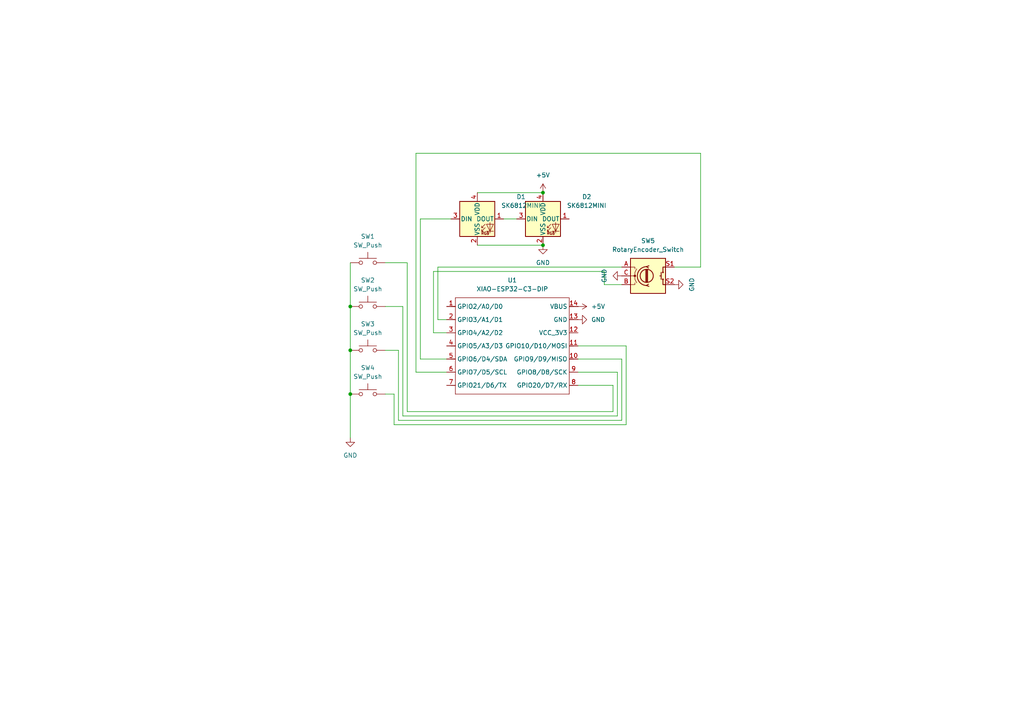
<source format=kicad_sch>
(kicad_sch (version 20250114) (generator "eeschema") (generator_version "9.0")
  (paper "A4")
  (lib_symbols
    (symbol "Device:RotaryEncoder_Switch" (pin_names (offset 0.254) (hide yes))
      (property "Reference" "SW" (at 0 6.604 0))
      (property "Value" "RotaryEncoder_Switch" (at 0 -6.604 0))
      (symbol "RotaryEncoder_Switch_0_1"
        (rectangle (start -5.08 5.08) (end 5.08 -5.08) (stroke (width 0.254)) (fill (type background)))
        (polyline (pts (xy -5.08 2.54) (xy -3.81 2.54) (xy -3.81 2.032)))
        (polyline (pts (xy -5.08 0) (xy -3.81 0) (xy -3.81 -1.016) (xy -3.302 -2.032)))
        (polyline (pts (xy -5.08 -2.54) (xy -3.81 -2.54) (xy -3.81 -2.032)))
        (polyline (pts (xy -4.318 0) (xy -3.81 0) (xy -3.81 1.016) (xy -3.302 2.032)))
        (circle (center -3.81 0) (radius 0.254) (fill (type outline)))
        (polyline (pts (xy -0.635 -1.778) (xy -0.635 1.778)) (stroke (width 0.254)))
        (circle (center -0.381 0) (radius 1.905) (stroke (width 0.254)))
        (polyline (pts (xy -0.381 -1.778) (xy -0.381 1.778)) (stroke (width 0.254)))
        (arc (start -0.381 -2.794) (mid -3.0988 -0.0635) (end -0.381 2.667) (stroke (width 0.254)))
        (polyline (pts (xy -0.127 1.778) (xy -0.127 -1.778)) (stroke (width 0.254)))
        (polyline (pts (xy 0.254 2.921) (xy -0.508 2.667) (xy 0.127 2.286)) (stroke (width 0.254)))
        (polyline (pts (xy 0.254 -3.048) (xy -0.508 -2.794) (xy 0.127 -2.413)) (stroke (width 0.254)))
        (polyline (pts (xy 3.81 1.016) (xy 3.81 -1.016)) (stroke (width 0.254)))
        (polyline (pts (xy 3.81 0) (xy 3.429 0)) (stroke (width 0.254)))
        (circle (center 4.318 1.016) (radius 0.127) (stroke (width 0.254)))
        (circle (center 4.318 -1.016) (radius 0.127) (stroke (width 0.254)))
        (polyline (pts (xy 5.08 2.54) (xy 4.318 2.54) (xy 4.318 1.016)) (stroke (width 0.254)))
        (polyline (pts (xy 5.08 -2.54) (xy 4.318 -2.54) (xy 4.318 -1.016)) (stroke (width 0.254)))
      )
      (symbol "RotaryEncoder_Switch_1_1"
        (pin passive line (at -7.62 2.54 0) (length 2.54) (name "A") (number "A"))
        (pin passive line (at -7.62 0 0) (length 2.54) (name "C") (number "C"))
        (pin passive line (at -7.62 -2.54 0) (length 2.54) (name "B") (number "B"))
        (pin passive line (at 7.62 2.54 180) (length 2.54) (name "S1") (number "S1"))
        (pin passive line (at 7.62 -2.54 180) (length 2.54) (name "S2") (number "S2"))
      )
    )
    (symbol "LED:SK6812MINI" (pin_names (offset 0.254))
      (property "Reference" "D" (at 5.08 5.715 0))
      (property "Value" "SK6812MINI" (at 1.27 -5.715 0))
      (symbol "SK6812MINI_0_0"
        (text "RGB" (at 2.286 -4.191 0) (effects (font (size 0.762 0.762))))
      )
      (symbol "SK6812MINI_0_1"
        (polyline (pts (xy 1.27 -2.54) (xy 1.778 -2.54)))
        (polyline (pts (xy 1.27 -3.556) (xy 1.778 -3.556)))
        (polyline (pts (xy 2.286 -1.524) (xy 1.27 -2.54) (xy 1.27 -2.032)))
        (polyline (pts (xy 2.286 -2.54) (xy 1.27 -3.556) (xy 1.27 -3.048)))
        (polyline (pts (xy 3.683 -1.016) (xy 3.683 -3.556) (xy 3.683 -4.064)))
        (polyline (pts (xy 4.699 -1.524) (xy 2.667 -1.524) (xy 3.683 -3.556) (xy 4.699 -1.524)))
        (polyline (pts (xy 4.699 -3.556) (xy 2.667 -3.556)))
        (rectangle (start 5.08 5.08) (end -5.08 -5.08) (stroke (width 0.254)) (fill (type background)))
      )
      (symbol "SK6812MINI_1_1"
        (pin input line (at -7.62 0 0) (length 2.54) (name "DIN") (number "3"))
        (pin power_in line (at 0 7.62 270) (length 2.54) (name "VDD") (number "4"))
        (pin power_in line (at 0 -7.62 90) (length 2.54) (name "VSS") (number "2"))
        (pin output line (at 7.62 0 180) (length 2.54) (name "DOUT") (number "1"))
      )
    )
    (symbol "OPL:XIAO-ESP32-C3-DIP"
      (property "Reference" "U" (at 1.016 2.794 0))
      (property "Value" "XIAO-ESP32-C3-DIP" (at 7.62 1.016 0))
      (symbol "XIAO-ESP32-C3-DIP_1_0"
        (polyline (pts (xy 0 0) (xy 33.02 0)) (stroke (width 0.1524)))
        (polyline (pts (xy 0 -2.54) (xy -1.27 -2.54)) (stroke (width 0.1524)))
        (polyline (pts (xy 0 -2.54) (xy 0 0)) (stroke (width 0.1524)))
        (polyline (pts (xy 0 -6.35) (xy -1.27 -6.35)) (stroke (width 0.1524)))
        (polyline (pts (xy 0 -6.35) (xy 0 -2.54)) (stroke (width 0.1524)))
        (polyline (pts (xy 0 -10.16) (xy -1.27 -10.16)) (stroke (width 0.1524)))
        (polyline (pts (xy 0 -10.16) (xy 0 -6.35)) (stroke (width 0.1524)))
        (polyline (pts (xy 0 -13.97) (xy -1.27 -13.97)) (stroke (width 0.1524)))
        (polyline (pts (xy 0 -13.97) (xy 0 -10.16)) (stroke (width 0.1524)))
        (polyline (pts (xy 0 -17.78) (xy -1.27 -17.78)) (stroke (width 0.1524)))
        (polyline (pts (xy 0 -21.59) (xy -1.27 -21.59)) (stroke (width 0.1524)))
        (polyline (pts (xy 0 -25.4) (xy -1.27 -25.4)) (stroke (width 0.1524)))
        (polyline (pts (xy 0 -27.94) (xy 0 -13.97)) (stroke (width 0.1524)))
        (polyline (pts (xy 33.02 0) (xy 33.02 -2.54)) (stroke (width 0.1524)))
        (polyline (pts (xy 33.02 -2.54) (xy 33.02 -6.35)) (stroke (width 0.1524)))
        (polyline (pts (xy 33.02 -6.35) (xy 33.02 -10.16)) (stroke (width 0.1524)))
        (polyline (pts (xy 33.02 -10.16) (xy 33.02 -27.94)) (stroke (width 0.1524)))
        (polyline (pts (xy 33.02 -27.94) (xy 0 -27.94)) (stroke (width 0.1524)))
        (polyline (pts (xy 34.29 -2.54) (xy 33.02 -2.54)) (stroke (width 0.1524)))
        (polyline (pts (xy 34.29 -6.35) (xy 33.02 -6.35)) (stroke (width 0.1524)))
        (polyline (pts (xy 34.29 -10.16) (xy 33.02 -10.16)) (stroke (width 0.1524)))
        (polyline (pts (xy 34.29 -13.97) (xy 33.02 -13.97)) (stroke (width 0.1524)))
        (polyline (pts (xy 34.29 -17.78) (xy 33.02 -17.78)) (stroke (width 0.1524)))
        (polyline (pts (xy 34.29 -21.59) (xy 33.02 -21.59)) (stroke (width 0.1524)))
        (polyline (pts (xy 34.29 -25.4) (xy 33.02 -25.4)) (stroke (width 0.1524)))
        (pin passive line (at -2.54 -2.54 0) (length 2.54) (name "GPIO2/A0/D0") (number "1"))
        (pin passive line (at -2.54 -6.35 0) (length 2.54) (name "GPIO3/A1/D1") (number "2"))
        (pin passive line (at -2.54 -10.16 0) (length 2.54) (name "GPIO4/A2/D2") (number "3"))
        (pin passive line (at -2.54 -13.97 0) (length 2.54) (name "GPIO5/A3/D3") (number "4"))
        (pin passive line (at -2.54 -17.78 0) (length 2.54) (name "GPIO6/D4/SDA") (number "5"))
        (pin passive line (at -2.54 -21.59 0) (length 2.54) (name "GPIO7/D5/SCL") (number "6"))
        (pin passive line (at -2.54 -25.4 0) (length 2.54) (name "GPIO21/D6/TX") (number "7"))
        (pin passive line (at 35.56 -2.54 180) (length 2.54) (name "VBUS") (number "14"))
        (pin passive line (at 35.56 -6.35 180) (length 2.54) (name "GND") (number "13"))
        (pin passive line (at 35.56 -10.16 180) (length 2.54) (name "VCC_3V3") (number "12"))
        (pin passive line (at 35.56 -13.97 180) (length 2.54) (name "GPIO10/D10/MOSI") (number "11"))
        (pin passive line (at 35.56 -17.78 180) (length 2.54) (name "GPIO9/D9/MISO") (number "10"))
        (pin passive line (at 35.56 -21.59 180) (length 2.54) (name "GPIO8/D8/SCK") (number "9"))
        (pin passive line (at 35.56 -25.4 180) (length 2.54) (name "GPIO20/D7/RX") (number "8"))
      )
    )
    (symbol "Switch:SW_Push" (pin_numbers (hide yes)) (pin_names (offset 1.016) (hide yes))
      (property "Reference" "SW" (at 1.27 2.54 0))
      (property "Value" "SW_Push" (at 0 -1.524 0))
      (symbol "SW_Push_0_1"
        (circle (center -2.032 0) (radius 0.508))
        (polyline (pts (xy 0 1.27) (xy 0 3.048)))
        (circle (center 2.032 0) (radius 0.508))
        (polyline (pts (xy 2.54 1.27) (xy -2.54 1.27)))
        (pin passive line (at -5.08 0 0) (length 2.54) (name "1") (number "1"))
        (pin passive line (at 5.08 0 180) (length 2.54) (name "2") (number "2"))
      )
    )
    (symbol "power:+5V" (power) (pin_numbers (hide yes)) (pin_names (offset 0) (hide yes))
      (property "Value" "+5V" (at 0 3.556 0))
      (symbol "+5V_0_1"
        (polyline (pts (xy -0.762 1.27) (xy 0 2.54)))
        (polyline (pts (xy 0 2.54) (xy 0.762 1.27)))
        (polyline (pts (xy 0 0) (xy 0 2.54)))
      )
      (symbol "+5V_1_1"
        (pin power_in line (at 0 0 90) (length 0) (name "~") (number "1"))
      )
    )
    (symbol "power:GND" (power) (pin_numbers (hide yes)) (pin_names (offset 0) (hide yes))
      (property "Value" "GND" (at 0 -3.81 0))
      (symbol "GND_0_1"
        (polyline (pts (xy 0 0) (xy 0 -1.27) (xy 1.27 -1.27) (xy 0 -2.54) (xy -1.27 -1.27) (xy 0 -1.27)))
      )
      (symbol "GND_1_1"
        (pin power_in line (at 0 0 270) (length 0) (name "~") (number "1"))
      )
    )
  )
  (junction (at 157.48 71.12))
  (junction (at 101.6 101.6))
  (junction (at 101.6 88.9))
  (junction (at 157.48 55.88))
  (junction (at 101.6 114.3))
  (wire (pts (xy 114.3 114.3) (xy 111.76 114.3)))
  (wire (pts (xy 179.07 107.95) (xy 179.07 120.65)))
  (wire (pts (xy 203.2 77.47) (xy 195.58 77.47)))
  (wire (pts (xy 127 92.71) (xy 127 77.47)))
  (wire (pts (xy 120.65 44.45) (xy 203.2 44.45)))
  (wire (pts (xy 121.92 104.14) (xy 121.92 63.5)))
  (wire (pts (xy 120.65 107.95) (xy 120.65 44.45)))
  (wire (pts (xy 181.61 100.33) (xy 181.61 123.19)))
  (wire (pts (xy 180.34 104.14) (xy 180.34 121.92)))
  (wire (pts (xy 101.6 114.3) (xy 101.6 127)))
  (wire (pts (xy 101.6 76.2) (xy 101.6 88.9)))
  (wire (pts (xy 179.07 120.65) (xy 116.84 120.65)))
  (wire (pts (xy 101.6 88.9) (xy 101.6 101.6)))
  (wire (pts (xy 167.64 104.14) (xy 180.34 104.14)))
  (wire (pts (xy 203.2 44.45) (xy 203.2 77.47)))
  (wire (pts (xy 101.6 101.6) (xy 101.6 114.3)))
  (wire (pts (xy 129.54 104.14) (xy 121.92 104.14)))
  (wire (pts (xy 118.11 119.38) (xy 118.11 76.2)))
  (wire (pts (xy 167.64 107.95) (xy 179.07 107.95)))
  (wire (pts (xy 177.8 119.38) (xy 118.11 119.38)))
  (wire (pts (xy 129.54 107.95) (xy 120.65 107.95)))
  (wire (pts (xy 111.76 76.2) (xy 118.11 76.2)))
  (wire (pts (xy 177.8 111.76) (xy 177.8 119.38)))
  (wire (pts (xy 129.54 96.52) (xy 125.73 96.52)))
  (wire (pts (xy 181.61 123.19) (xy 114.3 123.19)))
  (wire (pts (xy 146.05 63.5) (xy 149.86 63.5)))
  (wire (pts (xy 175.26 82.55) (xy 180.34 82.55)))
  (wire (pts (xy 115.57 101.6) (xy 111.76 101.6)))
  (wire (pts (xy 129.54 92.71) (xy 127 92.71)))
  (wire (pts (xy 127 77.47) (xy 180.34 77.47)))
  (wire (pts (xy 167.64 111.76) (xy 177.8 111.76)))
  (wire (pts (xy 114.3 123.19) (xy 114.3 114.3)))
  (wire (pts (xy 180.34 121.92) (xy 115.57 121.92)))
  (wire (pts (xy 125.73 96.52) (xy 125.73 78.74)))
  (wire (pts (xy 175.26 78.74) (xy 175.26 82.55)))
  (wire (pts (xy 138.43 55.88) (xy 157.48 55.88)))
  (wire (pts (xy 115.57 121.92) (xy 115.57 101.6)))
  (wire (pts (xy 116.84 88.9) (xy 111.76 88.9)))
  (wire (pts (xy 116.84 120.65) (xy 116.84 88.9)))
  (wire (pts (xy 138.43 71.12) (xy 157.48 71.12)))
  (wire (pts (xy 167.64 100.33) (xy 181.61 100.33)))
  (wire (pts (xy 125.73 78.74) (xy 175.26 78.74)))
  (wire (pts (xy 121.92 63.5) (xy 130.81 63.5)))
  (symbol (lib_id "power:GND") (at 167.64 92.71 90) (unit 1)
    (property "Reference" "#PWR01" (effects (hide yes)))
    (property "Value" "GND" (at 171.45 92.7099 90) (effects (justify right)))
    (property "Description" "Power symbol creates a global label with name \"GND\" , ground" (effects (hide yes)))
  )
  (symbol (lib_id "LED:SK6812MINI") (at 138.43 63.5 0) (unit 1)
    (property "Reference" "D1" (at 151.13 57.0798 0))
    (property "Value" "SK6812MINI" (at 151.13 59.6198 0))
    (property "Footprint" "LED_SMD:LED_SK6812MINI_PLCC4_3.5x3.5mm_P1.75mm" (effects (hide yes)))
    (property "Datasheet" "https://cdn-shop.adafruit.com/product-files/2686/SK6812MINI_REV.01-1-2.pdf" (effects (hide yes)))
    (property "Description" "RGB LED with integrated controller" (effects (hide yes)))
  )
  (symbol (lib_id "power:GND") (at 101.6 127 0) (unit 1)
    (property "Reference" "#PWR04" (effects (hide yes)))
    (property "Value" "GND" (at 101.6 132.08 0))
    (property "Description" "Power symbol creates a global label with name \"GND\" , ground" (effects (hide yes)))
  )
  (symbol (lib_id "Switch:SW_Push") (at 106.68 101.6 0) (unit 1)
    (property "Reference" "SW3" (at 106.68 93.98 0))
    (property "Value" "SW_Push" (at 106.68 96.52 0))
    (property "Footprint" "Button_Switch_Keyboard:SW_Cherry_MX_1.00u_PCB" (effects (hide yes)))
    (property "Description" "Push button switch, generic, two pins" (effects (hide yes)))
  )
  (symbol (lib_id "OPL:XIAO-ESP32-C3-DIP") (at 132.08 86.36 0) (unit 1)
    (property "Reference" "U1" (at 148.59 81.28 0))
    (property "Value" "XIAO-ESP32-C3-DIP" (at 148.59 83.82 0))
    (property "Footprint" "OPL foot:XIAO-RP2040-DIP" (effects (hide yes)))
  )
  (symbol (lib_id "power:+5V") (at 167.64 88.9 270) (unit 1)
    (property "Reference" "#PWR02" (effects (hide yes)))
    (property "Value" "+5V" (at 171.45 88.8999 90) (effects (justify left)))
    (property "Description" "Power symbol creates a global label with name \"+5V\"" (effects (hide yes)))
  )
  (symbol (lib_id "Switch:SW_Push") (at 106.68 114.3 0) (unit 1)
    (property "Reference" "SW4" (at 106.68 106.68 0))
    (property "Value" "SW_Push" (at 106.68 109.22 0))
    (property "Footprint" "Button_Switch_Keyboard:SW_Cherry_MX_1.00u_PCB" (effects (hide yes)))
    (property "Description" "Push button switch, generic, two pins" (effects (hide yes)))
  )
  (symbol (lib_id "power:+5V") (at 157.48 55.88 0) (unit 1)
    (property "Reference" "#PWR03" (effects (hide yes)))
    (property "Value" "+5V" (at 157.48 50.8 0))
    (property "Description" "Power symbol creates a global label with name \"+5V\"" (effects (hide yes)))
  )
  (symbol (lib_id "Switch:SW_Push") (at 106.68 76.2 0) (unit 1)
    (property "Reference" "SW1" (at 106.68 68.58 0))
    (property "Value" "SW_Push" (at 106.68 71.12 0))
    (property "Footprint" "Button_Switch_Keyboard:SW_Cherry_MX_1.00u_PCB" (effects (hide yes)))
    (property "Description" "Push button switch, generic, two pins" (effects (hide yes)))
  )
  (symbol (lib_id "Switch:SW_Push") (at 106.68 88.9 0) (unit 1)
    (property "Reference" "SW2" (at 106.68 81.28 0))
    (property "Value" "SW_Push" (at 106.68 83.82 0))
    (property "Footprint" "Button_Switch_Keyboard:SW_Cherry_MX_1.00u_PCB" (effects (hide yes)))
    (property "Description" "Push button switch, generic, two pins" (effects (hide yes)))
  )
  (symbol (lib_id "Device:RotaryEncoder_Switch") (at 187.96 80.01 0) (unit 1)
    (property "Reference" "SW5" (at 187.96 69.85 0))
    (property "Value" "RotaryEncoder_Switch" (at 187.96 72.39 0))
    (property "Footprint" "Rotary_Encoder:RotaryEncoder_Alps_EC11E-Switch_Vertical_H20mm" (effects (hide yes)))
    (property "Description" "Rotary encoder, dual channel, incremental quadrate outputs, with switch" (effects (hide yes)))
  )
  (symbol (lib_id "power:GND") (at 157.48 71.12 0) (unit 1)
    (property "Reference" "#PWR05" (effects (hide yes)))
    (property "Value" "GND" (at 157.48 76.2 0))
    (property "Description" "Power symbol creates a global label with name \"GND\" , ground" (effects (hide yes)))
  )
  (symbol (lib_id "power:GND") (at 195.58 82.55 90) (unit 1)
    (property "Reference" "#PWR07" (effects (hide yes)))
    (property "Value" "GND" (at 200.66 82.55 0))
    (property "Description" "Power symbol creates a global label with name \"GND\" , ground" (effects (hide yes)))
  )
  (symbol (lib_id "power:GND") (at 180.34 80.01 270) (unit 1)
    (property "Reference" "#PWR06" (effects (hide yes)))
    (property "Value" "GND" (at 175.26 80.01 0))
    (property "Description" "Power symbol creates a global label with name \"GND\" , ground" (effects (hide yes)))
  )
  (symbol (lib_id "LED:SK6812MINI") (at 157.48 63.5 0) (unit 1)
    (property "Reference" "D2" (at 170.18 57.0798 0))
    (property "Value" "SK6812MINI" (at 170.18 59.6198 0))
    (property "Footprint" "LED_SMD:LED_SK6812MINI_PLCC4_3.5x3.5mm_P1.75mm" (effects (hide yes)))
    (property "Datasheet" "https://cdn-shop.adafruit.com/product-files/2686/SK6812MINI_REV.01-1-2.pdf" (effects (hide yes)))
    (property "Description" "RGB LED with integrated controller" (effects (hide yes)))
  )
)
</source>
